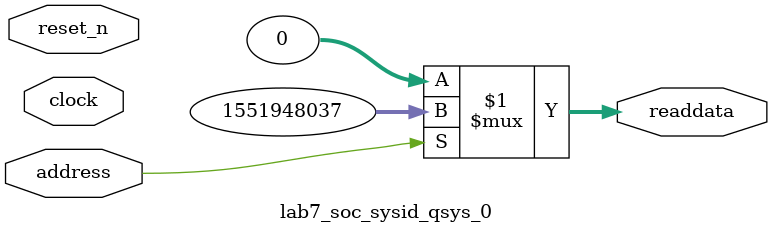
<source format=v>



// synthesis translate_off
`timescale 1ns / 1ps
// synthesis translate_on

// turn off superfluous verilog processor warnings 
// altera message_level Level1 
// altera message_off 10034 10035 10036 10037 10230 10240 10030 

module lab7_soc_sysid_qsys_0 (
               // inputs:
                address,
                clock,
                reset_n,

               // outputs:
                readdata
             )
;

  output  [ 31: 0] readdata;
  input            address;
  input            clock;
  input            reset_n;

  wire    [ 31: 0] readdata;
  //control_slave, which is an e_avalon_slave
  assign readdata = address ? 1551948037 : 0;

endmodule



</source>
